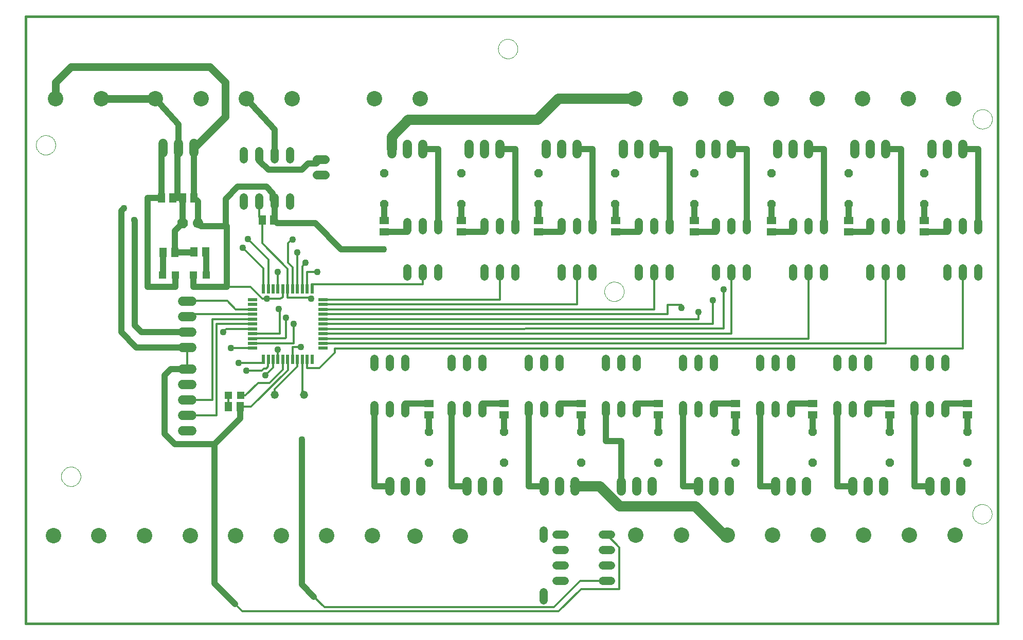
<source format=gtl>
G75*
G70*
%OFA0B0*%
%FSLAX24Y24*%
%IPPOS*%
%LPD*%
%AMOC8*
5,1,8,0,0,1.08239X$1,22.5*
%
%ADD10C,0.0160*%
%ADD11C,0.0000*%
%ADD12R,0.0197X0.0591*%
%ADD13R,0.0591X0.0197*%
%ADD14C,0.0520*%
%ADD15R,0.0512X0.0591*%
%ADD16OC8,0.0669*%
%ADD17C,0.0669*%
%ADD18R,0.0472X0.0472*%
%ADD19C,0.0520*%
%ADD20R,0.0591X0.0512*%
%ADD21C,0.0600*%
%ADD22C,0.0560*%
%ADD23C,0.0594*%
%ADD24C,0.1000*%
%ADD25OC8,0.0520*%
%ADD26C,0.0120*%
%ADD27C,0.0436*%
%ADD28C,0.0400*%
%ADD29C,0.0500*%
%ADD30C,0.0660*%
D10*
X000190Y000579D02*
X063182Y000579D01*
X063182Y039949D01*
X000190Y039949D01*
X000190Y000579D01*
D11*
X002493Y010111D02*
X002495Y010161D01*
X002501Y010211D01*
X002511Y010260D01*
X002525Y010308D01*
X002542Y010355D01*
X002563Y010400D01*
X002588Y010444D01*
X002616Y010485D01*
X002648Y010524D01*
X002682Y010561D01*
X002719Y010595D01*
X002759Y010625D01*
X002801Y010652D01*
X002845Y010676D01*
X002891Y010697D01*
X002938Y010713D01*
X002986Y010726D01*
X003036Y010735D01*
X003085Y010740D01*
X003136Y010741D01*
X003186Y010738D01*
X003235Y010731D01*
X003284Y010720D01*
X003332Y010705D01*
X003378Y010687D01*
X003423Y010665D01*
X003466Y010639D01*
X003507Y010610D01*
X003546Y010578D01*
X003582Y010543D01*
X003614Y010505D01*
X003644Y010465D01*
X003671Y010422D01*
X003694Y010378D01*
X003713Y010332D01*
X003729Y010284D01*
X003741Y010235D01*
X003749Y010186D01*
X003753Y010136D01*
X003753Y010086D01*
X003749Y010036D01*
X003741Y009987D01*
X003729Y009938D01*
X003713Y009890D01*
X003694Y009844D01*
X003671Y009800D01*
X003644Y009757D01*
X003614Y009717D01*
X003582Y009679D01*
X003546Y009644D01*
X003507Y009612D01*
X003466Y009583D01*
X003423Y009557D01*
X003378Y009535D01*
X003332Y009517D01*
X003284Y009502D01*
X003235Y009491D01*
X003186Y009484D01*
X003136Y009481D01*
X003085Y009482D01*
X003036Y009487D01*
X002986Y009496D01*
X002938Y009509D01*
X002891Y009525D01*
X002845Y009546D01*
X002801Y009570D01*
X002759Y009597D01*
X002719Y009627D01*
X002682Y009661D01*
X002648Y009698D01*
X002616Y009737D01*
X002588Y009778D01*
X002563Y009822D01*
X002542Y009867D01*
X002525Y009914D01*
X002511Y009962D01*
X002501Y010011D01*
X002495Y010061D01*
X002493Y010111D01*
X000865Y031605D02*
X000867Y031655D01*
X000873Y031705D01*
X000883Y031754D01*
X000897Y031802D01*
X000914Y031849D01*
X000935Y031894D01*
X000960Y031938D01*
X000988Y031979D01*
X001020Y032018D01*
X001054Y032055D01*
X001091Y032089D01*
X001131Y032119D01*
X001173Y032146D01*
X001217Y032170D01*
X001263Y032191D01*
X001310Y032207D01*
X001358Y032220D01*
X001408Y032229D01*
X001457Y032234D01*
X001508Y032235D01*
X001558Y032232D01*
X001607Y032225D01*
X001656Y032214D01*
X001704Y032199D01*
X001750Y032181D01*
X001795Y032159D01*
X001838Y032133D01*
X001879Y032104D01*
X001918Y032072D01*
X001954Y032037D01*
X001986Y031999D01*
X002016Y031959D01*
X002043Y031916D01*
X002066Y031872D01*
X002085Y031826D01*
X002101Y031778D01*
X002113Y031729D01*
X002121Y031680D01*
X002125Y031630D01*
X002125Y031580D01*
X002121Y031530D01*
X002113Y031481D01*
X002101Y031432D01*
X002085Y031384D01*
X002066Y031338D01*
X002043Y031294D01*
X002016Y031251D01*
X001986Y031211D01*
X001954Y031173D01*
X001918Y031138D01*
X001879Y031106D01*
X001838Y031077D01*
X001795Y031051D01*
X001750Y031029D01*
X001704Y031011D01*
X001656Y030996D01*
X001607Y030985D01*
X001558Y030978D01*
X001508Y030975D01*
X001457Y030976D01*
X001408Y030981D01*
X001358Y030990D01*
X001310Y031003D01*
X001263Y031019D01*
X001217Y031040D01*
X001173Y031064D01*
X001131Y031091D01*
X001091Y031121D01*
X001054Y031155D01*
X001020Y031192D01*
X000988Y031231D01*
X000960Y031272D01*
X000935Y031316D01*
X000914Y031361D01*
X000897Y031408D01*
X000883Y031456D01*
X000873Y031505D01*
X000867Y031555D01*
X000865Y031605D01*
X030813Y037847D02*
X030815Y037897D01*
X030821Y037947D01*
X030831Y037996D01*
X030845Y038044D01*
X030862Y038091D01*
X030883Y038136D01*
X030908Y038180D01*
X030936Y038221D01*
X030968Y038260D01*
X031002Y038297D01*
X031039Y038331D01*
X031079Y038361D01*
X031121Y038388D01*
X031165Y038412D01*
X031211Y038433D01*
X031258Y038449D01*
X031306Y038462D01*
X031356Y038471D01*
X031405Y038476D01*
X031456Y038477D01*
X031506Y038474D01*
X031555Y038467D01*
X031604Y038456D01*
X031652Y038441D01*
X031698Y038423D01*
X031743Y038401D01*
X031786Y038375D01*
X031827Y038346D01*
X031866Y038314D01*
X031902Y038279D01*
X031934Y038241D01*
X031964Y038201D01*
X031991Y038158D01*
X032014Y038114D01*
X032033Y038068D01*
X032049Y038020D01*
X032061Y037971D01*
X032069Y037922D01*
X032073Y037872D01*
X032073Y037822D01*
X032069Y037772D01*
X032061Y037723D01*
X032049Y037674D01*
X032033Y037626D01*
X032014Y037580D01*
X031991Y037536D01*
X031964Y037493D01*
X031934Y037453D01*
X031902Y037415D01*
X031866Y037380D01*
X031827Y037348D01*
X031786Y037319D01*
X031743Y037293D01*
X031698Y037271D01*
X031652Y037253D01*
X031604Y037238D01*
X031555Y037227D01*
X031506Y037220D01*
X031456Y037217D01*
X031405Y037218D01*
X031356Y037223D01*
X031306Y037232D01*
X031258Y037245D01*
X031211Y037261D01*
X031165Y037282D01*
X031121Y037306D01*
X031079Y037333D01*
X031039Y037363D01*
X031002Y037397D01*
X030968Y037434D01*
X030936Y037473D01*
X030908Y037514D01*
X030883Y037558D01*
X030862Y037603D01*
X030845Y037650D01*
X030831Y037698D01*
X030821Y037747D01*
X030815Y037797D01*
X030813Y037847D01*
X037703Y022107D02*
X037705Y022157D01*
X037711Y022207D01*
X037721Y022256D01*
X037735Y022304D01*
X037752Y022351D01*
X037773Y022396D01*
X037798Y022440D01*
X037826Y022481D01*
X037858Y022520D01*
X037892Y022557D01*
X037929Y022591D01*
X037969Y022621D01*
X038011Y022648D01*
X038055Y022672D01*
X038101Y022693D01*
X038148Y022709D01*
X038196Y022722D01*
X038246Y022731D01*
X038295Y022736D01*
X038346Y022737D01*
X038396Y022734D01*
X038445Y022727D01*
X038494Y022716D01*
X038542Y022701D01*
X038588Y022683D01*
X038633Y022661D01*
X038676Y022635D01*
X038717Y022606D01*
X038756Y022574D01*
X038792Y022539D01*
X038824Y022501D01*
X038854Y022461D01*
X038881Y022418D01*
X038904Y022374D01*
X038923Y022328D01*
X038939Y022280D01*
X038951Y022231D01*
X038959Y022182D01*
X038963Y022132D01*
X038963Y022082D01*
X038959Y022032D01*
X038951Y021983D01*
X038939Y021934D01*
X038923Y021886D01*
X038904Y021840D01*
X038881Y021796D01*
X038854Y021753D01*
X038824Y021713D01*
X038792Y021675D01*
X038756Y021640D01*
X038717Y021608D01*
X038676Y021579D01*
X038633Y021553D01*
X038588Y021531D01*
X038542Y021513D01*
X038494Y021498D01*
X038445Y021487D01*
X038396Y021480D01*
X038346Y021477D01*
X038295Y021478D01*
X038246Y021483D01*
X038196Y021492D01*
X038148Y021505D01*
X038101Y021521D01*
X038055Y021542D01*
X038011Y021566D01*
X037969Y021593D01*
X037929Y021623D01*
X037892Y021657D01*
X037858Y021694D01*
X037826Y021733D01*
X037798Y021774D01*
X037773Y021818D01*
X037752Y021863D01*
X037735Y021910D01*
X037721Y021958D01*
X037711Y022007D01*
X037705Y022057D01*
X037703Y022107D01*
X061575Y033288D02*
X061577Y033338D01*
X061583Y033388D01*
X061593Y033437D01*
X061607Y033485D01*
X061624Y033532D01*
X061645Y033577D01*
X061670Y033621D01*
X061698Y033662D01*
X061730Y033701D01*
X061764Y033738D01*
X061801Y033772D01*
X061841Y033802D01*
X061883Y033829D01*
X061927Y033853D01*
X061973Y033874D01*
X062020Y033890D01*
X062068Y033903D01*
X062118Y033912D01*
X062167Y033917D01*
X062218Y033918D01*
X062268Y033915D01*
X062317Y033908D01*
X062366Y033897D01*
X062414Y033882D01*
X062460Y033864D01*
X062505Y033842D01*
X062548Y033816D01*
X062589Y033787D01*
X062628Y033755D01*
X062664Y033720D01*
X062696Y033682D01*
X062726Y033642D01*
X062753Y033599D01*
X062776Y033555D01*
X062795Y033509D01*
X062811Y033461D01*
X062823Y033412D01*
X062831Y033363D01*
X062835Y033313D01*
X062835Y033263D01*
X062831Y033213D01*
X062823Y033164D01*
X062811Y033115D01*
X062795Y033067D01*
X062776Y033021D01*
X062753Y032977D01*
X062726Y032934D01*
X062696Y032894D01*
X062664Y032856D01*
X062628Y032821D01*
X062589Y032789D01*
X062548Y032760D01*
X062505Y032734D01*
X062460Y032712D01*
X062414Y032694D01*
X062366Y032679D01*
X062317Y032668D01*
X062268Y032661D01*
X062218Y032658D01*
X062167Y032659D01*
X062118Y032664D01*
X062068Y032673D01*
X062020Y032686D01*
X061973Y032702D01*
X061927Y032723D01*
X061883Y032747D01*
X061841Y032774D01*
X061801Y032804D01*
X061764Y032838D01*
X061730Y032875D01*
X061698Y032914D01*
X061670Y032955D01*
X061645Y032999D01*
X061624Y033044D01*
X061607Y033091D01*
X061593Y033139D01*
X061583Y033188D01*
X061577Y033238D01*
X061575Y033288D01*
X061555Y007682D02*
X061557Y007732D01*
X061563Y007782D01*
X061573Y007831D01*
X061587Y007879D01*
X061604Y007926D01*
X061625Y007971D01*
X061650Y008015D01*
X061678Y008056D01*
X061710Y008095D01*
X061744Y008132D01*
X061781Y008166D01*
X061821Y008196D01*
X061863Y008223D01*
X061907Y008247D01*
X061953Y008268D01*
X062000Y008284D01*
X062048Y008297D01*
X062098Y008306D01*
X062147Y008311D01*
X062198Y008312D01*
X062248Y008309D01*
X062297Y008302D01*
X062346Y008291D01*
X062394Y008276D01*
X062440Y008258D01*
X062485Y008236D01*
X062528Y008210D01*
X062569Y008181D01*
X062608Y008149D01*
X062644Y008114D01*
X062676Y008076D01*
X062706Y008036D01*
X062733Y007993D01*
X062756Y007949D01*
X062775Y007903D01*
X062791Y007855D01*
X062803Y007806D01*
X062811Y007757D01*
X062815Y007707D01*
X062815Y007657D01*
X062811Y007607D01*
X062803Y007558D01*
X062791Y007509D01*
X062775Y007461D01*
X062756Y007415D01*
X062733Y007371D01*
X062706Y007328D01*
X062676Y007288D01*
X062644Y007250D01*
X062608Y007215D01*
X062569Y007183D01*
X062528Y007154D01*
X062485Y007128D01*
X062440Y007106D01*
X062394Y007088D01*
X062346Y007073D01*
X062297Y007062D01*
X062248Y007055D01*
X062198Y007052D01*
X062147Y007053D01*
X062098Y007058D01*
X062048Y007067D01*
X062000Y007080D01*
X061953Y007096D01*
X061907Y007117D01*
X061863Y007141D01*
X061821Y007168D01*
X061781Y007198D01*
X061744Y007232D01*
X061710Y007269D01*
X061678Y007308D01*
X061650Y007349D01*
X061625Y007393D01*
X061604Y007438D01*
X061587Y007485D01*
X061573Y007533D01*
X061563Y007582D01*
X061557Y007632D01*
X061555Y007682D01*
D12*
X018750Y017721D03*
X018435Y017721D03*
X018120Y017721D03*
X017805Y017721D03*
X017490Y017721D03*
X017175Y017721D03*
X016860Y017721D03*
X016545Y017721D03*
X016230Y017721D03*
X015915Y017721D03*
X015600Y017721D03*
X015600Y022288D03*
X015915Y022288D03*
X016230Y022288D03*
X016545Y022288D03*
X016860Y022288D03*
X017175Y022288D03*
X017490Y022288D03*
X017805Y022288D03*
X018120Y022288D03*
X018435Y022288D03*
X018750Y022288D03*
D13*
X019459Y021579D03*
X019459Y021264D03*
X019459Y020949D03*
X019459Y020634D03*
X019459Y020319D03*
X019459Y020004D03*
X019459Y019689D03*
X019459Y019374D03*
X019459Y019059D03*
X019459Y018744D03*
X019459Y018429D03*
X014892Y018429D03*
X014892Y018744D03*
X014892Y019059D03*
X014892Y019374D03*
X014892Y019689D03*
X014892Y020004D03*
X014892Y020319D03*
X014892Y020634D03*
X014892Y020949D03*
X014892Y021264D03*
X014892Y021579D03*
D14*
X016333Y015396D03*
X018233Y015396D03*
D15*
X014088Y014630D03*
X013340Y014630D03*
X011857Y024679D03*
X011109Y024679D03*
X009855Y024657D03*
X009107Y024657D03*
X008984Y028179D03*
X009732Y028179D03*
X010359Y028179D03*
X011107Y028179D03*
X015516Y026750D03*
X016264Y026750D03*
D16*
X010358Y026554D03*
D17*
X011358Y026554D03*
D18*
X011070Y023179D03*
X011896Y023179D03*
X009896Y023179D03*
X009070Y023179D03*
X013320Y015386D03*
X014147Y015386D03*
D19*
X022805Y014729D02*
X022805Y014209D01*
X023805Y014209D02*
X023805Y014729D01*
X024805Y014729D02*
X024805Y014209D01*
X027805Y014209D02*
X027805Y014729D01*
X028805Y014729D02*
X028805Y014209D01*
X029805Y014209D02*
X029805Y014729D01*
X032805Y014729D02*
X032805Y014209D01*
X033805Y014209D02*
X033805Y014729D01*
X034805Y014729D02*
X034805Y014209D01*
X037805Y014209D02*
X037805Y014729D01*
X038805Y014729D02*
X038805Y014209D01*
X039805Y014209D02*
X039805Y014729D01*
X042805Y014729D02*
X042805Y014209D01*
X043805Y014209D02*
X043805Y014729D01*
X044805Y014729D02*
X044805Y014209D01*
X047805Y014209D02*
X047805Y014729D01*
X048805Y014729D02*
X048805Y014209D01*
X049805Y014209D02*
X049805Y014729D01*
X052805Y014729D02*
X052805Y014209D01*
X053805Y014209D02*
X053805Y014729D01*
X054805Y014729D02*
X054805Y014209D01*
X057805Y014209D02*
X057805Y014729D01*
X058805Y014729D02*
X058805Y014209D01*
X059805Y014209D02*
X059805Y014729D01*
X059805Y017209D02*
X059805Y017729D01*
X058805Y017729D02*
X058805Y017209D01*
X057805Y017209D02*
X057805Y017729D01*
X054805Y017729D02*
X054805Y017209D01*
X053805Y017209D02*
X053805Y017729D01*
X052805Y017729D02*
X052805Y017209D01*
X049805Y017209D02*
X049805Y017729D01*
X048805Y017729D02*
X048805Y017209D01*
X047805Y017209D02*
X047805Y017729D01*
X044805Y017729D02*
X044805Y017209D01*
X043805Y017209D02*
X043805Y017729D01*
X042805Y017729D02*
X042805Y017209D01*
X039805Y017209D02*
X039805Y017729D01*
X038805Y017729D02*
X038805Y017209D01*
X037805Y017209D02*
X037805Y017729D01*
X034805Y017729D02*
X034805Y017209D01*
X033805Y017209D02*
X033805Y017729D01*
X032805Y017729D02*
X032805Y017209D01*
X029805Y017209D02*
X029805Y017729D01*
X028805Y017729D02*
X028805Y017209D01*
X027805Y017209D02*
X027805Y017729D01*
X024805Y017729D02*
X024805Y017209D01*
X023805Y017209D02*
X023805Y017729D01*
X022805Y017729D02*
X022805Y017209D01*
X024920Y023087D02*
X024920Y023607D01*
X025920Y023607D02*
X025920Y023087D01*
X026920Y023087D02*
X026920Y023607D01*
X029920Y023607D02*
X029920Y023087D01*
X030920Y023087D02*
X030920Y023607D01*
X031920Y023607D02*
X031920Y023087D01*
X034920Y023087D02*
X034920Y023607D01*
X035920Y023607D02*
X035920Y023087D01*
X036920Y023087D02*
X036920Y023607D01*
X039920Y023607D02*
X039920Y023087D01*
X040920Y023087D02*
X040920Y023607D01*
X041920Y023607D02*
X041920Y023087D01*
X044920Y023087D02*
X044920Y023607D01*
X045920Y023607D02*
X045920Y023087D01*
X046920Y023087D02*
X046920Y023607D01*
X049920Y023607D02*
X049920Y023087D01*
X050920Y023087D02*
X050920Y023607D01*
X051920Y023607D02*
X051920Y023087D01*
X054920Y023087D02*
X054920Y023607D01*
X055920Y023607D02*
X055920Y023087D01*
X056920Y023087D02*
X056920Y023607D01*
X059920Y023607D02*
X059920Y023087D01*
X060920Y023087D02*
X060920Y023607D01*
X061920Y023607D02*
X061920Y023087D01*
X061920Y026087D02*
X061920Y026607D01*
X060920Y026607D02*
X060920Y026087D01*
X059920Y026087D02*
X059920Y026607D01*
X056920Y026607D02*
X056920Y026087D01*
X055920Y026087D02*
X055920Y026607D01*
X054920Y026607D02*
X054920Y026087D01*
X051920Y026087D02*
X051920Y026607D01*
X050920Y026607D02*
X050920Y026087D01*
X049920Y026087D02*
X049920Y026607D01*
X046920Y026607D02*
X046920Y026087D01*
X045920Y026087D02*
X045920Y026607D01*
X044920Y026607D02*
X044920Y026087D01*
X041920Y026087D02*
X041920Y026607D01*
X040920Y026607D02*
X040920Y026087D01*
X039920Y026087D02*
X039920Y026607D01*
X036920Y026607D02*
X036920Y026087D01*
X035920Y026087D02*
X035920Y026607D01*
X034920Y026607D02*
X034920Y026087D01*
X031920Y026087D02*
X031920Y026607D01*
X030920Y026607D02*
X030920Y026087D01*
X029920Y026087D02*
X029920Y026607D01*
X026920Y026607D02*
X026920Y026087D01*
X025920Y026087D02*
X025920Y026607D01*
X024920Y026607D02*
X024920Y026087D01*
X017334Y027683D02*
X017334Y028203D01*
X016334Y028203D02*
X016334Y027683D01*
X015334Y027683D02*
X015334Y028203D01*
X014334Y028203D02*
X014334Y027683D01*
X014334Y030683D02*
X014334Y031203D01*
X015334Y031203D02*
X015334Y030683D01*
X016334Y030683D02*
X016334Y031203D01*
X017334Y031203D02*
X017334Y030683D01*
X033766Y006601D02*
X033766Y006081D01*
X034596Y006331D02*
X035116Y006331D01*
X035116Y005331D02*
X034596Y005331D01*
X034596Y004331D02*
X035116Y004331D01*
X035116Y003331D02*
X034596Y003331D01*
X033766Y002601D02*
X033766Y002081D01*
X037596Y003331D02*
X038116Y003331D01*
X038116Y004331D02*
X037596Y004331D01*
X037596Y005331D02*
X038116Y005331D01*
X038116Y006331D02*
X037596Y006331D01*
D20*
X036198Y014106D03*
X036198Y014854D03*
X041198Y014854D03*
X041198Y014106D03*
X046198Y014106D03*
X046198Y014854D03*
X051198Y014854D03*
X051198Y014106D03*
X056198Y014106D03*
X056198Y014854D03*
X061218Y014854D03*
X061218Y014106D03*
X058420Y025973D03*
X058420Y026721D03*
X053527Y026721D03*
X053527Y025973D03*
X048527Y025973D03*
X048527Y026721D03*
X043527Y026721D03*
X043527Y025973D03*
X038429Y025973D03*
X038429Y026721D03*
X033420Y026721D03*
X033420Y025973D03*
X028420Y025973D03*
X028420Y026721D03*
X023420Y026721D03*
X023420Y025973D03*
X026319Y014854D03*
X026319Y014106D03*
X031198Y014106D03*
X031198Y014854D03*
D21*
X030805Y009769D02*
X030805Y009169D01*
X029805Y009169D02*
X029805Y009769D01*
X028805Y009769D02*
X028805Y009169D01*
X025805Y009169D02*
X025805Y009769D01*
X024805Y009769D02*
X024805Y009169D01*
X023805Y009169D02*
X023805Y009769D01*
X033805Y009769D02*
X033805Y009169D01*
X034805Y009169D02*
X034805Y009769D01*
X035805Y009769D02*
X035805Y009169D01*
X038805Y009169D02*
X038805Y009769D01*
X039805Y009769D02*
X039805Y009169D01*
X040805Y009169D02*
X040805Y009769D01*
X043805Y009769D02*
X043805Y009169D01*
X044805Y009169D02*
X044805Y009769D01*
X045805Y009769D02*
X045805Y009169D01*
X048805Y009169D02*
X048805Y009769D01*
X049805Y009769D02*
X049805Y009169D01*
X050805Y009169D02*
X050805Y009769D01*
X053805Y009769D02*
X053805Y009169D01*
X054805Y009169D02*
X054805Y009769D01*
X055805Y009769D02*
X055805Y009169D01*
X058805Y009169D02*
X058805Y009769D01*
X059805Y009769D02*
X059805Y009169D01*
X060805Y009169D02*
X060805Y009769D01*
X060920Y031047D02*
X060920Y031647D01*
X059920Y031647D02*
X059920Y031047D01*
X058920Y031047D02*
X058920Y031647D01*
X055920Y031647D02*
X055920Y031047D01*
X054920Y031047D02*
X054920Y031647D01*
X053920Y031647D02*
X053920Y031047D01*
X050920Y031047D02*
X050920Y031647D01*
X049920Y031647D02*
X049920Y031047D01*
X048920Y031047D02*
X048920Y031647D01*
X045920Y031647D02*
X045920Y031047D01*
X044920Y031047D02*
X044920Y031647D01*
X043920Y031647D02*
X043920Y031047D01*
X040920Y031047D02*
X040920Y031647D01*
X039920Y031647D02*
X039920Y031047D01*
X038920Y031047D02*
X038920Y031647D01*
X035920Y031647D02*
X035920Y031047D01*
X034920Y031047D02*
X034920Y031647D01*
X033920Y031647D02*
X033920Y031047D01*
X030920Y031047D02*
X030920Y031647D01*
X029920Y031647D02*
X029920Y031047D01*
X028920Y031047D02*
X028920Y031647D01*
X025920Y031647D02*
X025920Y031047D01*
X024920Y031047D02*
X024920Y031647D01*
X023920Y031647D02*
X023920Y031047D01*
X011095Y031107D02*
X011095Y031707D01*
X010095Y031707D02*
X010095Y031107D01*
X009095Y031107D02*
X009095Y031707D01*
D22*
X019054Y030693D02*
X019614Y030693D01*
X019614Y029693D02*
X019054Y029693D01*
D23*
X010951Y021489D02*
X010357Y021489D01*
X010357Y020489D02*
X010951Y020489D01*
X010951Y019489D02*
X010357Y019489D01*
X010357Y018489D02*
X010951Y018489D01*
X010971Y017092D02*
X010377Y017092D01*
X010377Y016092D02*
X010971Y016092D01*
X010971Y015092D02*
X010377Y015092D01*
X010377Y014092D02*
X010971Y014092D01*
X010971Y013092D02*
X010377Y013092D01*
D24*
X010850Y006269D03*
X013802Y006269D03*
X016755Y006269D03*
X019708Y006269D03*
X022661Y006269D03*
X025421Y006240D03*
X028373Y006240D03*
X039746Y006302D03*
X042698Y006302D03*
X045651Y006302D03*
X048604Y006302D03*
X051557Y006302D03*
X054509Y006302D03*
X057462Y006302D03*
X060415Y006302D03*
X060345Y034602D03*
X057392Y034602D03*
X054440Y034602D03*
X051487Y034602D03*
X048534Y034602D03*
X045581Y034602D03*
X042629Y034602D03*
X039676Y034602D03*
X025748Y034597D03*
X022795Y034597D03*
X017461Y034597D03*
X014508Y034597D03*
X011555Y034597D03*
X008603Y034597D03*
X005083Y034597D03*
X002130Y034597D03*
X001991Y006269D03*
X004944Y006269D03*
X007897Y006269D03*
D25*
X026322Y011019D03*
X026322Y013019D03*
X031198Y013019D03*
X031198Y011019D03*
X036201Y011019D03*
X036201Y013019D03*
X041196Y013019D03*
X041196Y011019D03*
X046200Y011019D03*
X046200Y013019D03*
X051197Y013019D03*
X051197Y011019D03*
X056190Y011019D03*
X056190Y013019D03*
X061216Y013019D03*
X061216Y011019D03*
X058422Y027768D03*
X058422Y029768D03*
X053518Y029768D03*
X053518Y027768D03*
X048540Y027768D03*
X048540Y029768D03*
X043515Y029768D03*
X043515Y027768D03*
X038414Y027768D03*
X038414Y029768D03*
X033438Y029768D03*
X033438Y027768D03*
X028434Y027768D03*
X028434Y029768D03*
X023423Y029768D03*
X023423Y027768D03*
D26*
X017802Y024649D02*
X017802Y022288D01*
X017805Y022288D01*
X017490Y022288D02*
X017481Y022297D01*
X017481Y023686D01*
X017206Y023961D01*
X017206Y025245D01*
X017435Y025474D01*
X017481Y025474D01*
X016264Y026750D02*
X016334Y026820D01*
X015516Y026750D02*
X015334Y026933D01*
X015334Y027943D01*
X015516Y026750D02*
X015516Y025244D01*
X017175Y023585D01*
X017175Y022288D01*
X017175Y021723D01*
X017179Y021720D01*
X018532Y021720D01*
X018693Y021652D01*
X019459Y021579D02*
X030920Y021579D01*
X030920Y023347D01*
X025920Y023347D02*
X025920Y022562D01*
X018741Y022562D01*
X018741Y022288D01*
X018750Y022288D01*
X018435Y022288D02*
X018435Y023365D01*
X019106Y023365D01*
X018334Y023961D02*
X018120Y023747D01*
X018120Y022288D01*
X018123Y022290D01*
X016861Y022286D02*
X016861Y021750D01*
X016714Y021648D01*
X015834Y021651D01*
X015796Y021645D01*
X015535Y021645D01*
X014755Y022425D01*
X013228Y022425D01*
X013260Y021501D02*
X010667Y021501D01*
X010654Y021489D01*
X010800Y020634D02*
X010654Y020489D01*
X010800Y020634D02*
X014892Y020634D01*
X014892Y020323D02*
X014892Y020319D01*
X014892Y020323D02*
X012289Y020323D01*
X012289Y015092D01*
X010674Y015092D01*
X010674Y014092D02*
X012576Y014092D01*
X012576Y020005D01*
X014892Y020005D01*
X014892Y020004D01*
X014892Y019689D02*
X013214Y019689D01*
X012989Y019464D01*
X013497Y018433D02*
X013497Y018429D01*
X014892Y018429D01*
X014892Y018744D02*
X017556Y018744D01*
X017556Y020007D01*
X017068Y020418D02*
X017068Y019114D01*
X017032Y019078D01*
X014910Y019078D01*
X014892Y019059D01*
X014892Y019363D02*
X014892Y019374D01*
X014892Y019363D02*
X016654Y019363D01*
X016654Y020992D01*
X016599Y020992D01*
X016545Y022288D02*
X016545Y023355D01*
X016537Y023364D01*
X015600Y023602D02*
X014256Y024947D01*
X014599Y025501D02*
X015915Y024184D01*
X015915Y022288D01*
X015600Y022288D02*
X015600Y023602D01*
X016860Y022288D02*
X016861Y022286D01*
X014892Y020949D02*
X013812Y020949D01*
X013260Y021501D01*
X010654Y018489D02*
X010654Y017112D01*
X010674Y017092D01*
X013320Y015386D02*
X013320Y014650D01*
X013340Y014630D01*
X013364Y014654D01*
X014088Y014630D02*
X014789Y014630D01*
X017181Y017021D01*
X017181Y017308D01*
X017182Y017309D01*
X017182Y017714D01*
X017175Y017721D01*
X016860Y017721D02*
X016850Y017711D01*
X016850Y017287D01*
X016849Y017286D01*
X016849Y017051D01*
X015991Y016193D01*
X015249Y016193D01*
X014441Y015386D01*
X014147Y015386D01*
X015735Y016679D02*
X016230Y017175D01*
X016230Y017721D01*
X015915Y017721D02*
X015911Y017717D01*
X015911Y017232D01*
X015790Y017110D01*
X015624Y017110D01*
X015492Y016977D01*
X014509Y016977D01*
X013994Y017482D02*
X015600Y017482D01*
X015600Y017721D01*
X016545Y017721D02*
X016545Y018452D01*
X016544Y018335D01*
X017490Y018505D02*
X017490Y017721D01*
X017800Y017716D02*
X017805Y017721D01*
X017810Y017716D01*
X017810Y017251D01*
X016333Y015775D01*
X016333Y015396D01*
X018120Y015509D02*
X018233Y015396D01*
X018120Y015509D02*
X018120Y017721D01*
X018435Y017721D02*
X018435Y017129D01*
X019222Y017129D01*
X020231Y018137D01*
X020231Y018413D01*
X060920Y018413D01*
X060920Y023347D01*
X055920Y023347D02*
X055920Y018744D01*
X019459Y018744D01*
X019459Y019059D02*
X050920Y019059D01*
X050920Y023347D01*
X045920Y023347D02*
X045920Y019374D01*
X019459Y019374D01*
X019459Y019689D02*
X045432Y019710D01*
X045437Y022238D01*
X044716Y021538D02*
X044716Y020004D01*
X019459Y020004D01*
X019459Y020319D02*
X043794Y020319D01*
X043794Y020776D01*
X042694Y021051D02*
X042694Y021243D01*
X041786Y021243D01*
X041786Y020634D01*
X019459Y020634D01*
X019459Y020949D02*
X040920Y020949D01*
X040920Y023347D01*
X035920Y023347D02*
X035920Y021264D01*
X019459Y021264D01*
X018016Y018505D02*
X017490Y018505D01*
X037856Y006331D02*
X038680Y005507D01*
X038680Y002822D01*
X036187Y002822D01*
X034731Y001366D01*
X014225Y001366D01*
X013753Y001838D01*
X018865Y002322D02*
X019554Y001633D01*
X034434Y001633D01*
X036132Y003331D01*
X037856Y003331D01*
D27*
X018089Y012507D03*
X015735Y016679D03*
X014509Y016977D03*
X013994Y017482D03*
X013497Y018433D03*
X012989Y019464D03*
X015834Y021651D03*
X016599Y020992D03*
X017068Y020418D03*
X017556Y020007D03*
X018016Y018505D03*
X016544Y018335D03*
X018693Y021652D03*
X019106Y023365D03*
X018334Y023961D03*
X017802Y024649D03*
X017481Y025474D03*
X014599Y025501D03*
X014256Y024947D03*
X016537Y023364D03*
X023381Y024851D03*
X007238Y026735D03*
X006562Y027526D03*
X042694Y021051D03*
X043794Y020776D03*
X044716Y021538D03*
X045437Y022238D03*
D28*
X044920Y025973D02*
X043527Y025973D01*
X043527Y026721D02*
X043527Y027768D01*
X043515Y027768D01*
X044920Y026347D02*
X044920Y025973D01*
X046920Y026347D02*
X046920Y031347D01*
X045920Y031347D01*
X041920Y031347D02*
X040920Y031347D01*
X041920Y031347D02*
X041920Y026347D01*
X039920Y026347D02*
X039920Y025973D01*
X038429Y025973D01*
X038429Y026721D02*
X038429Y027768D01*
X038414Y027768D01*
X036920Y026347D02*
X036920Y031347D01*
X035920Y031347D01*
X031920Y031347D02*
X030920Y031347D01*
X031920Y031347D02*
X031920Y026347D01*
X033420Y025973D02*
X034920Y025973D01*
X034920Y026347D01*
X033420Y026721D02*
X033420Y027768D01*
X033438Y027768D01*
X029920Y026347D02*
X029920Y025973D01*
X028420Y025973D01*
X028420Y026721D02*
X028420Y027768D01*
X028434Y027768D01*
X026920Y026347D02*
X026920Y031347D01*
X025920Y031347D01*
X023423Y027768D02*
X023420Y027768D01*
X023420Y026721D01*
X023420Y025973D02*
X024920Y025973D01*
X024920Y026347D01*
X023381Y024851D02*
X020633Y024851D01*
X018952Y026533D01*
X016482Y026533D01*
X016264Y026750D01*
X016266Y026748D01*
X016334Y026820D02*
X016334Y027943D01*
X016208Y028069D01*
X016208Y028489D01*
X015794Y028903D01*
X013928Y028903D01*
X013148Y028124D01*
X013148Y026344D01*
X013228Y026344D01*
X013228Y022425D01*
X011070Y022425D01*
X011070Y023179D01*
X011896Y023179D02*
X011896Y024679D01*
X011857Y024679D01*
X011109Y024657D02*
X011109Y024679D01*
X011109Y024657D02*
X009855Y024657D01*
X009855Y026051D01*
X010358Y026554D01*
X010358Y028164D01*
X010351Y028171D01*
X010030Y028171D01*
X010022Y028179D01*
X009732Y028179D01*
X010030Y028171D02*
X010030Y031342D01*
X010095Y031407D01*
X010095Y032958D01*
X008603Y034597D01*
X009095Y031407D02*
X008984Y031296D01*
X008984Y028179D01*
X008089Y028179D01*
X008089Y022425D01*
X009896Y022425D01*
X009896Y023179D01*
X009107Y023179D02*
X009070Y023179D01*
X009107Y023179D02*
X009107Y024657D01*
X011358Y026554D02*
X011568Y026344D01*
X013148Y026344D01*
X011358Y026554D02*
X011358Y027928D01*
X011107Y028179D01*
X011095Y028191D01*
X011095Y031407D01*
X015334Y030943D02*
X015334Y030584D01*
X015916Y030001D01*
X018096Y030001D01*
X018494Y030399D01*
X019040Y030399D01*
X019334Y030693D01*
X016334Y030943D02*
X016334Y032625D01*
X014508Y034597D01*
X010359Y028179D02*
X010351Y028171D01*
X007261Y026712D02*
X007238Y026735D01*
X007261Y026712D02*
X007261Y019926D01*
X007698Y019489D01*
X010654Y019489D01*
X010654Y018489D02*
X007361Y018489D01*
X006386Y019464D01*
X006386Y027350D01*
X006562Y027526D01*
X009608Y017092D02*
X009209Y016693D01*
X009209Y012864D01*
X009873Y012199D01*
X012416Y012199D01*
X012416Y003175D01*
X013753Y001838D01*
X018089Y003098D02*
X018865Y002322D01*
X018089Y003098D02*
X018089Y012507D01*
X014090Y013873D02*
X014090Y014628D01*
X014088Y014630D01*
X014090Y013873D02*
X012416Y012199D01*
X010674Y017092D02*
X009608Y017092D01*
X022805Y014469D02*
X022805Y009469D01*
X023805Y009469D01*
X027805Y009469D02*
X027805Y014469D01*
X026319Y014106D02*
X026319Y013019D01*
X026322Y013019D01*
X024805Y014469D02*
X024805Y014854D01*
X026319Y014854D01*
X029805Y014854D02*
X029805Y014469D01*
X029805Y014854D02*
X031198Y014854D01*
X031198Y014106D02*
X031198Y013019D01*
X031198Y013019D01*
X032805Y014469D02*
X032805Y009469D01*
X033805Y009469D01*
X037805Y012404D02*
X038795Y012404D01*
X038795Y009469D01*
X038805Y009469D01*
X042805Y009469D02*
X042805Y014469D01*
X041198Y014106D02*
X041198Y013019D01*
X041196Y013019D01*
X039805Y014469D02*
X039805Y014854D01*
X041198Y014854D01*
X044805Y014854D02*
X044805Y014469D01*
X044805Y014854D02*
X046198Y014854D01*
X046198Y014106D02*
X046198Y013019D01*
X046200Y013019D01*
X047805Y014469D02*
X047805Y009469D01*
X048805Y009469D01*
X052805Y009469D02*
X052805Y014469D01*
X051198Y014106D02*
X051198Y013019D01*
X051197Y013019D01*
X049805Y014469D02*
X049805Y014854D01*
X051198Y014854D01*
X054805Y014854D02*
X054805Y014469D01*
X054805Y014854D02*
X056198Y014854D01*
X056198Y014106D02*
X056198Y013019D01*
X056190Y013019D01*
X057805Y014469D02*
X057805Y009469D01*
X058805Y009469D01*
X053805Y009469D02*
X052805Y009469D01*
X059805Y014469D02*
X059805Y014854D01*
X061218Y014854D01*
X061218Y014106D02*
X061218Y013019D01*
X061216Y013019D01*
X043805Y009469D02*
X042805Y009469D01*
X037805Y012404D02*
X037805Y014469D01*
X036198Y014106D02*
X036198Y013019D01*
X036201Y013019D01*
X034805Y014469D02*
X034805Y014854D01*
X036198Y014854D01*
X028805Y009469D02*
X027805Y009469D01*
X037655Y006331D02*
X037856Y006331D01*
X048527Y025973D02*
X049920Y025973D01*
X049920Y026347D01*
X048527Y026721D02*
X048527Y027768D01*
X048540Y027768D01*
X051920Y026347D02*
X051920Y031347D01*
X050920Y031347D01*
X055920Y031347D02*
X056920Y031347D01*
X056920Y026347D01*
X058420Y025973D02*
X059920Y025973D01*
X059920Y026347D01*
X058420Y026721D02*
X058420Y027768D01*
X058422Y027768D01*
X061920Y026347D02*
X061920Y031347D01*
X060920Y031347D01*
X053527Y027768D02*
X053527Y026721D01*
X053527Y025973D02*
X054920Y025973D01*
X054920Y026347D01*
X053527Y027768D02*
X053518Y027768D01*
D29*
X013130Y033442D02*
X011095Y031407D01*
X013130Y033442D02*
X013130Y035674D01*
X012130Y036674D01*
X003130Y036674D01*
X002130Y035674D01*
X002130Y034597D01*
X005083Y034597D02*
X008603Y034597D01*
D30*
X023920Y032153D02*
X023920Y031347D01*
X023920Y032153D02*
X024996Y033228D01*
X033356Y033228D01*
X034725Y034598D01*
X039672Y034598D01*
X039676Y034602D01*
X037398Y009469D02*
X035805Y009469D01*
X037398Y009469D02*
X038693Y008174D01*
X043608Y008174D01*
X045479Y006302D01*
X045651Y006302D01*
M02*

</source>
